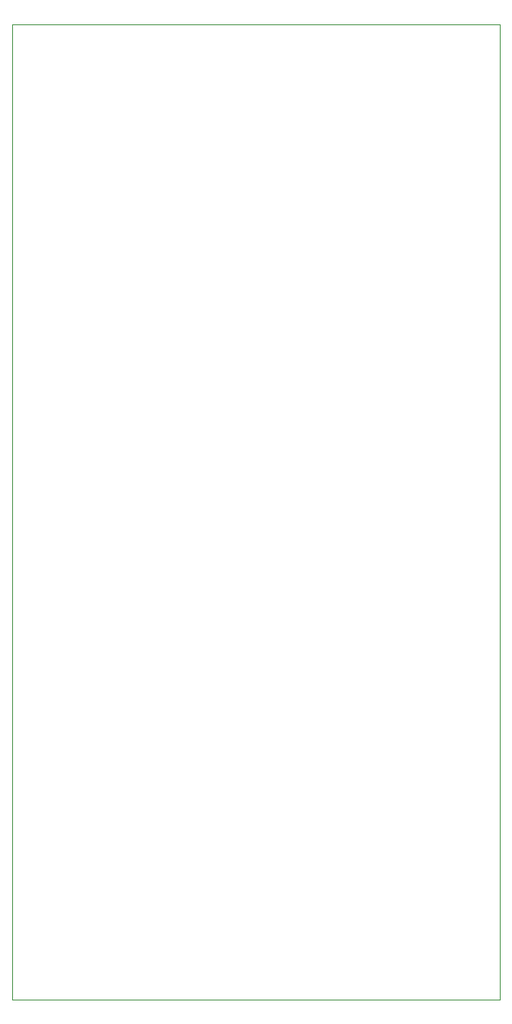
<source format=gbr>
G04 #@! TF.GenerationSoftware,KiCad,Pcbnew,5.1.4*
G04 #@! TF.CreationDate,2019-10-29T06:47:26+01:00*
G04 #@! TF.ProjectId,MediaKeys,4d656469-614b-4657-9973-2e6b69636164,rev?*
G04 #@! TF.SameCoordinates,Original*
G04 #@! TF.FileFunction,Profile,NP*
%FSLAX46Y46*%
G04 Gerber Fmt 4.6, Leading zero omitted, Abs format (unit mm)*
G04 Created by KiCad (PCBNEW 5.1.4) date 2019-10-29 06:47:26*
%MOMM*%
%LPD*%
G04 APERTURE LIST*
%ADD10C,0.050000*%
G04 APERTURE END LIST*
D10*
X38100000Y-149860000D02*
X38100000Y-48260000D01*
X88900000Y-149860000D02*
X38100000Y-149860000D01*
X88900000Y-48260000D02*
X88900000Y-149860000D01*
X38100000Y-48260000D02*
X88900000Y-48260000D01*
M02*

</source>
